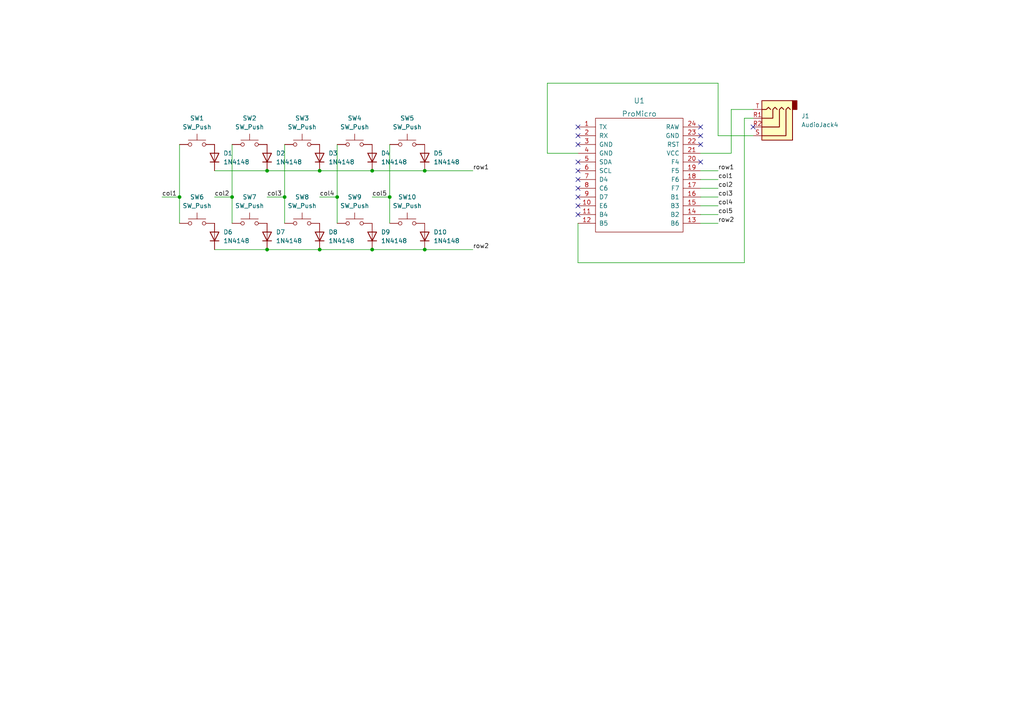
<source format=kicad_sch>
(kicad_sch (version 20211123) (generator eeschema)
  (paper "A4")
  (lib_symbols
    (symbol "Connector:AudioJack4"
      (property "Reference" "J" (at 0 8.89 0))
      (property "Value" "AudioJack4" (at 0 6.35 0))
      (symbol "AudioJack4_0_1"
        (rectangle (start -6.35 -5.08) (end -7.62 -7.62) (stroke (width 0.254)) (fill (type outline)))
        (polyline (pts (xy 0 -5.08) (xy 0.635 -5.715) (xy 1.27 -5.08) (xy 2.54 -5.08)) (stroke (width 0.254)))
        (polyline (pts (xy -5.715 -5.08) (xy -5.08 -5.715) (xy -4.445 -5.08) (xy -4.445 2.54) (xy 2.54 2.54)) (stroke (width 0.254)))
        (polyline (pts (xy -1.905 -5.08) (xy -1.27 -5.715) (xy -0.635 -5.08) (xy -0.635 -2.54) (xy 2.54 -2.54)) (stroke (width 0.254)))
        (polyline (pts (xy 2.54 0) (xy -2.54 0) (xy -2.54 -5.08) (xy -3.175 -5.715) (xy -3.81 -5.08)) (stroke (width 0.254)))
        (rectangle (start 2.54 3.81) (end -6.35 -7.62) (stroke (width 0.254)) (fill (type background)))
      )
      (symbol "AudioJack4_1_1"
        (pin passive line (at 5.08 -2.54 180) (length 2.54) (name "~") (number "R1"))
        (pin passive line (at 5.08 0 180) (length 2.54) (name "~") (number "R2"))
        (pin passive line (at 5.08 2.54 180) (length 2.54) (name "~") (number "S"))
        (pin passive line (at 5.08 -5.08 180) (length 2.54) (name "~") (number "T"))
      )
    )
    (symbol "Diode:1N4148" (pin_numbers hide) (pin_names hide)
      (property "Reference" "D" (at 0 2.54 0))
      (property "Value" "1N4148" (at 0 -2.54 0))
      (symbol "1N4148_0_1"
        (polyline (pts (xy -1.27 1.27) (xy -1.27 -1.27)) (stroke (width 0.254)))
        (polyline (pts (xy 1.27 0) (xy -1.27 0)))
        (polyline (pts (xy 1.27 1.27) (xy 1.27 -1.27) (xy -1.27 0) (xy 1.27 1.27)) (stroke (width 0.254)))
      )
      (symbol "1N4148_1_1"
        (pin passive line (at -3.81 0 0) (length 2.54) (name "K") (number "1"))
        (pin passive line (at 3.81 0 180) (length 2.54) (name "A") (number "2"))
      )
    )
    (symbol "Switch:SW_Push" (pin_numbers hide) (pin_names (offset 1.016) hide)
      (property "Reference" "SW" (at 1.27 2.54 0))
      (property "Value" "SW_Push" (at 0 -1.524 0))
      (symbol "SW_Push_0_1"
        (circle (center -2.032 0) (radius 0.508))
        (polyline (pts (xy 0 1.27) (xy 0 3.048)))
        (polyline (pts (xy 2.54 1.27) (xy -2.54 1.27)))
        (circle (center 2.032 0) (radius 0.508))
        (pin passive line (at -5.08 0 0) (length 2.54) (name "1") (number "1"))
        (pin passive line (at 5.08 0 180) (length 2.54) (name "2") (number "2"))
      )
    )
    (symbol "promicro:ProMicro" (pin_names (offset 1.016))
      (property "Reference" "U" (at 0 24.13 0))
      (property "Value" "ProMicro" (at 0 -13.97 0))
      (symbol "ProMicro_0_1"
        (rectangle (start -12.7 21.59) (end 12.7 -11.43))
      )
      (symbol "ProMicro_1_1"
        (pin bidirectional line (at -17.78 19.05 0) (length 5.08) (name "TX") (number "1"))
        (pin bidirectional line (at -17.78 -3.81 0) (length 5.08) (name "E6") (number "10"))
        (pin bidirectional line (at -17.78 -6.35 0) (length 5.08) (name "B4") (number "11"))
        (pin bidirectional line (at -17.78 -8.89 0) (length 5.08) (name "B5") (number "12"))
        (pin bidirectional line (at 17.78 -8.89 180) (length 5.08) (name "B6") (number "13"))
        (pin bidirectional line (at 17.78 -6.35 180) (length 5.08) (name "B2") (number "14"))
        (pin bidirectional line (at 17.78 -3.81 180) (length 5.08) (name "B3") (number "15"))
        (pin bidirectional line (at 17.78 -1.27 180) (length 5.08) (name "B1") (number "16"))
        (pin bidirectional line (at 17.78 1.27 180) (length 5.08) (name "F7") (number "17"))
        (pin bidirectional line (at 17.78 3.81 180) (length 5.08) (name "F6") (number "18"))
        (pin bidirectional line (at 17.78 6.35 180) (length 5.08) (name "F5") (number "19"))
        (pin bidirectional line (at -17.78 16.51 0) (length 5.08) (name "RX") (number "2"))
        (pin bidirectional line (at 17.78 8.89 180) (length 5.08) (name "F4") (number "20"))
        (pin power_in line (at 17.78 11.43 180) (length 5.08) (name "VCC") (number "21"))
        (pin input line (at 17.78 13.97 180) (length 5.08) (name "RST") (number "22"))
        (pin power_in line (at 17.78 16.51 180) (length 5.08) (name "GND") (number "23"))
        (pin power_out line (at 17.78 19.05 180) (length 5.08) (name "RAW") (number "24"))
        (pin power_in line (at -17.78 13.97 0) (length 5.08) (name "GND") (number "3"))
        (pin power_in line (at -17.78 11.43 0) (length 5.08) (name "GND") (number "4"))
        (pin bidirectional line (at -17.78 8.89 0) (length 5.08) (name "SDA") (number "5"))
        (pin bidirectional line (at -17.78 6.35 0) (length 5.08) (name "SCL") (number "6"))
        (pin bidirectional line (at -17.78 3.81 0) (length 5.08) (name "D4") (number "7"))
        (pin bidirectional line (at -17.78 1.27 0) (length 5.08) (name "C6") (number "8"))
        (pin bidirectional line (at -17.78 -1.27 0) (length 5.08) (name "D7") (number "9"))
      )
    )
  )
  (junction (at 123.19 49.53))
  (junction (at 123.19 72.39))
  (junction (at 107.95 49.53))
  (junction (at 52.07 57.15))
  (junction (at 113.03 57.15))
  (junction (at 67.31 57.15))
  (junction (at 82.55 57.15))
  (junction (at 107.95 72.39))
  (junction (at 97.79 57.15))
  (junction (at 92.71 49.53))
  (junction (at 77.47 49.53))
  (junction (at 77.47 72.39))
  (junction (at 92.71 72.39))
  (no_connect (at 167.64 49.53))
  (no_connect (at 167.64 41.91))
  (no_connect (at 167.64 57.15))
  (no_connect (at 203.2 41.91))
  (no_connect (at 167.64 36.83))
  (no_connect (at 167.64 59.69))
  (no_connect (at 203.2 39.37))
  (no_connect (at 167.64 54.61))
  (no_connect (at 203.2 46.99))
  (no_connect (at 167.64 46.99))
  (no_connect (at 167.64 39.37))
  (no_connect (at 167.64 62.23))
  (no_connect (at 218.44 36.83))
  (no_connect (at 203.2 36.83))
  (no_connect (at 167.64 52.07))
  (wire (pts (xy 62.23 49.53) (xy 77.47 49.53)))
  (wire (pts (xy 203.2 49.53) (xy 208.28 49.53)))
  (wire (pts (xy 97.79 41.91) (xy 97.79 57.15)))
  (wire (pts (xy 218.44 31.75) (xy 212.09 31.75)))
  (wire (pts (xy 113.03 41.91) (xy 113.03 57.15)))
  (wire (pts (xy 113.03 57.15) (xy 113.03 64.77)))
  (wire (pts (xy 158.75 44.45) (xy 167.64 44.45)))
  (wire (pts (xy 92.71 72.39) (xy 107.95 72.39)))
  (wire (pts (xy 52.07 57.15) (xy 46.99 57.15)))
  (wire (pts (xy 123.19 49.53) (xy 137.16 49.53)))
  (wire (pts (xy 107.95 49.53) (xy 123.19 49.53)))
  (wire (pts (xy 107.95 72.39) (xy 123.19 72.39)))
  (wire (pts (xy 67.31 57.15) (xy 67.31 64.77)))
  (wire (pts (xy 113.03 57.15) (xy 107.95 57.15)))
  (wire (pts (xy 203.2 64.77) (xy 208.28 64.77)))
  (wire (pts (xy 215.9 34.29) (xy 218.44 34.29)))
  (wire (pts (xy 62.23 72.39) (xy 77.47 72.39)))
  (wire (pts (xy 77.47 72.39) (xy 92.71 72.39)))
  (wire (pts (xy 158.75 24.13) (xy 158.75 44.45)))
  (wire (pts (xy 67.31 41.91) (xy 67.31 57.15)))
  (wire (pts (xy 77.47 49.53) (xy 92.71 49.53)))
  (wire (pts (xy 218.44 39.37) (xy 208.28 39.37)))
  (wire (pts (xy 92.71 49.53) (xy 107.95 49.53)))
  (wire (pts (xy 203.2 57.15) (xy 208.28 57.15)))
  (wire (pts (xy 212.09 44.45) (xy 203.2 44.45)))
  (wire (pts (xy 82.55 57.15) (xy 82.55 64.77)))
  (wire (pts (xy 52.07 41.91) (xy 52.07 57.15)))
  (wire (pts (xy 123.19 72.39) (xy 137.16 72.39)))
  (wire (pts (xy 67.31 57.15) (xy 62.23 57.15)))
  (wire (pts (xy 203.2 54.61) (xy 208.28 54.61)))
  (wire (pts (xy 82.55 41.91) (xy 82.55 57.15)))
  (wire (pts (xy 82.55 57.15) (xy 77.47 57.15)))
  (wire (pts (xy 97.79 57.15) (xy 92.71 57.15)))
  (wire (pts (xy 97.79 57.15) (xy 97.79 64.77)))
  (wire (pts (xy 203.2 59.69) (xy 208.28 59.69)))
  (wire (pts (xy 212.09 31.75) (xy 212.09 44.45)))
  (wire (pts (xy 208.28 24.13) (xy 158.75 24.13)))
  (wire (pts (xy 215.9 76.2) (xy 167.64 76.2)))
  (wire (pts (xy 208.28 39.37) (xy 208.28 24.13)))
  (wire (pts (xy 52.07 57.15) (xy 52.07 64.77)))
  (wire (pts (xy 215.9 34.29) (xy 215.9 76.2)))
  (wire (pts (xy 203.2 52.07) (xy 208.28 52.07)))
  (wire (pts (xy 167.64 64.77) (xy 167.64 76.2)))
  (wire (pts (xy 203.2 62.23) (xy 208.28 62.23)))
  (label "row1" (at 137.16 49.53 0))
  (label "col3" (at 208.28 57.15 0))
  (label "col3" (at 77.47 57.15 0))
  (label "col2" (at 208.28 54.61 0))
  (label "col5" (at 208.28 62.23 0))
  (label "col5" (at 107.95 57.15 0))
  (label "row2" (at 208.28 64.77 0))
  (label "row2" (at 137.16 72.39 0))
  (label "col1" (at 208.28 52.07 0))
  (label "row1" (at 208.28 49.53 0))
  (label "col1" (at 46.99 57.15 0))
  (label "col4" (at 92.71 57.15 0))
  (label "col4" (at 208.28 59.69 0))
  (label "col2" (at 62.23 57.15 0))
  (symbol (lib_id "Switch:SW_Push") (at 118.11 64.77 0) (unit 1)
    (property "Reference" "SW10" (at 118.11 57.15 0))
    (property "Value" "SW_Push" (at 118.11 59.69 0))
    (property "Footprint" "Switch_Keyboard_Hotswap_Kailh:SW_Hotswap_Kailh_Choc_V1V2_1.00u" (effects hide))
  )
  (symbol (lib_id "Diode:1N4148") (at 107.95 68.58 90) (unit 1)
    (property "Reference" "D9" (at 110.49 67.3099 90) (effects (justify right)))
    (property "Value" "1N4148" (at 110.49 69.8499 90) (effects (justify right)))
    (property "Footprint" "Diode_THT:D_DO-35_SOD27_P7.62mm_Horizontal" (effects hide))
    (property "Datasheet" "https://assets.nexperia.com/documents/data-sheet/1N4148_1N4448.pdf" (effects hide))
  )
  (symbol (lib_id "Connector:AudioJack4") (at 223.52 36.83 180) (unit 1)
    (property "Reference" "J1" (at 232.41 33.6549 0) (effects (justify right)))
    (property "Value" "AudioJack4" (at 232.41 36.1949 0) (effects (justify right)))
    (property "Footprint" "Connector_Audio:Jack_3.5mm_PJ320D_Horizontal" (effects hide))
  )
  (symbol (lib_id "Diode:1N4148") (at 92.71 68.58 90) (unit 1)
    (property "Reference" "D8" (at 95.25 67.3099 90) (effects (justify right)))
    (property "Value" "1N4148" (at 95.25 69.8499 90) (effects (justify right)))
    (property "Footprint" "Diode_THT:D_DO-35_SOD27_P7.62mm_Horizontal" (effects hide))
    (property "Datasheet" "https://assets.nexperia.com/documents/data-sheet/1N4148_1N4448.pdf" (effects hide))
  )
  (symbol (lib_id "Switch:SW_Push") (at 118.11 41.91 0) (unit 1)
    (property "Reference" "SW5" (at 118.11 34.29 0))
    (property "Value" "SW_Push" (at 118.11 36.83 0))
    (property "Footprint" "Switch_Keyboard_Hotswap_Kailh:SW_Hotswap_Kailh_Choc_V1V2_1.00u" (effects hide))
  )
  (symbol (lib_id "Switch:SW_Push") (at 87.63 64.77 0) (unit 1)
    (property "Reference" "SW8" (at 87.63 57.15 0))
    (property "Value" "SW_Push" (at 87.63 59.69 0))
    (property "Footprint" "Switch_Keyboard_Hotswap_Kailh:SW_Hotswap_Kailh_Choc_V1V2_1.00u" (effects hide))
  )
  (symbol (lib_id "Diode:1N4148") (at 123.19 68.58 90) (unit 1)
    (property "Reference" "D10" (at 125.73 67.3099 90) (effects (justify right)))
    (property "Value" "1N4148" (at 125.73 69.8499 90) (effects (justify right)))
    (property "Footprint" "Diode_THT:D_DO-35_SOD27_P7.62mm_Horizontal" (effects hide))
    (property "Datasheet" "https://assets.nexperia.com/documents/data-sheet/1N4148_1N4448.pdf" (effects hide))
  )
  (symbol (lib_id "Switch:SW_Push") (at 57.15 64.77 0) (unit 1)
    (property "Reference" "SW6" (at 57.15 57.15 0))
    (property "Value" "SW_Push" (at 57.15 59.69 0))
    (property "Footprint" "Switch_Keyboard_Hotswap_Kailh:SW_Hotswap_Kailh_Choc_V1V2_1.00u" (effects hide))
  )
  (symbol (lib_id "Diode:1N4148") (at 123.19 45.72 90) (unit 1)
    (property "Reference" "D5" (at 125.73 44.4499 90) (effects (justify right)))
    (property "Value" "1N4148" (at 125.73 46.9899 90) (effects (justify right)))
    (property "Footprint" "Diode_THT:D_DO-35_SOD27_P7.62mm_Horizontal" (effects hide))
    (property "Datasheet" "https://assets.nexperia.com/documents/data-sheet/1N4148_1N4448.pdf" (effects hide))
  )
  (symbol (lib_id "Switch:SW_Push") (at 72.39 41.91 0) (unit 1)
    (property "Reference" "SW2" (at 72.39 34.29 0))
    (property "Value" "SW_Push" (at 72.39 36.83 0))
    (property "Footprint" "Switch_Keyboard_Hotswap_Kailh:SW_Hotswap_Kailh_Choc_V1V2_1.00u" (effects hide))
  )
  (symbol (lib_id "Diode:1N4148") (at 107.95 45.72 90) (unit 1)
    (property "Reference" "D4" (at 110.49 44.4499 90) (effects (justify right)))
    (property "Value" "1N4148" (at 110.49 46.9899 90) (effects (justify right)))
    (property "Footprint" "Diode_THT:D_DO-35_SOD27_P7.62mm_Horizontal" (effects hide))
    (property "Datasheet" "https://assets.nexperia.com/documents/data-sheet/1N4148_1N4448.pdf" (effects hide))
  )
  (symbol (lib_id "Diode:1N4148") (at 92.71 45.72 90) (unit 1)
    (property "Reference" "D3" (at 95.25 44.4499 90) (effects (justify right)))
    (property "Value" "1N4148" (at 95.25 46.9899 90) (effects (justify right)))
    (property "Footprint" "Diode_THT:D_DO-35_SOD27_P7.62mm_Horizontal" (effects hide))
    (property "Datasheet" "https://assets.nexperia.com/documents/data-sheet/1N4148_1N4448.pdf" (effects hide))
  )
  (symbol (lib_id "Switch:SW_Push") (at 57.15 41.91 0) (unit 1)
    (property "Reference" "SW1" (at 57.15 34.29 0))
    (property "Value" "SW_Push" (at 57.15 36.83 0))
    (property "Footprint" "Switch_Keyboard_Hotswap_Kailh:SW_Hotswap_Kailh_Choc_V1V2_1.00u" (effects hide))
  )
  (symbol (lib_id "Diode:1N4148") (at 77.47 68.58 90) (unit 1)
    (property "Reference" "D7" (at 80.01 67.3099 90) (effects (justify right)))
    (property "Value" "1N4148" (at 80.01 69.8499 90) (effects (justify right)))
    (property "Footprint" "Diode_THT:D_DO-35_SOD27_P7.62mm_Horizontal" (effects hide))
    (property "Datasheet" "https://assets.nexperia.com/documents/data-sheet/1N4148_1N4448.pdf" (effects hide))
  )
  (symbol (lib_id "Diode:1N4148") (at 77.47 45.72 90) (unit 1)
    (property "Reference" "D2" (at 80.01 44.4499 90) (effects (justify right)))
    (property "Value" "1N4148" (at 80.01 46.9899 90) (effects (justify right)))
    (property "Footprint" "Diode_THT:D_DO-35_SOD27_P7.62mm_Horizontal" (effects hide))
    (property "Datasheet" "https://assets.nexperia.com/documents/data-sheet/1N4148_1N4448.pdf" (effects hide))
  )
  (symbol (lib_id "promicro:ProMicro") (at 185.42 55.88 0) (unit 1)
    (property "Reference" "U1" (at 185.42 29.21 0) (effects (font (size 1.524 1.524))))
    (property "Value" "ProMicro" (at 185.42 33.02 0) (effects (font (size 1.524 1.524))))
    (property "Footprint" "promicro:ProMicro" (effects hide))
  )
  (symbol (lib_id "Switch:SW_Push") (at 87.63 41.91 0) (unit 1)
    (property "Reference" "SW3" (at 87.63 34.29 0))
    (property "Value" "SW_Push" (at 87.63 36.83 0))
    (property "Footprint" "Switch_Keyboard_Hotswap_Kailh:SW_Hotswap_Kailh_Choc_V1V2_1.00u" (effects hide))
  )
  (symbol (lib_id "Diode:1N4148") (at 62.23 45.72 90) (unit 1)
    (property "Reference" "D1" (at 64.77 44.4499 90) (effects (justify right)))
    (property "Value" "1N4148" (at 64.77 46.9899 90) (effects (justify right)))
    (property "Footprint" "Diode_THT:D_DO-35_SOD27_P7.62mm_Horizontal" (effects hide))
    (property "Datasheet" "https://assets.nexperia.com/documents/data-sheet/1N4148_1N4448.pdf" (effects hide))
  )
  (symbol (lib_id "Diode:1N4148") (at 62.23 68.58 90) (unit 1)
    (property "Reference" "D6" (at 64.77 67.3099 90) (effects (justify right)))
    (property "Value" "1N4148" (at 64.77 69.8499 90) (effects (justify right)))
    (property "Footprint" "Diode_THT:D_DO-35_SOD27_P7.62mm_Horizontal" (effects hide))
    (property "Datasheet" "https://assets.nexperia.com/documents/data-sheet/1N4148_1N4448.pdf" (effects hide))
  )
  (symbol (lib_id "Switch:SW_Push") (at 102.87 41.91 0) (unit 1)
    (property "Reference" "SW4" (at 102.87 34.29 0))
    (property "Value" "SW_Push" (at 102.87 36.83 0))
    (property "Footprint" "Switch_Keyboard_Hotswap_Kailh:SW_Hotswap_Kailh_Choc_V1V2_1.00u" (effects hide))
  )
  (symbol (lib_id "Switch:SW_Push") (at 102.87 64.77 0) (unit 1)
    (property "Reference" "SW9" (at 102.87 57.15 0))
    (property "Value" "SW_Push" (at 102.87 59.69 0))
    (property "Footprint" "Switch_Keyboard_Hotswap_Kailh:SW_Hotswap_Kailh_Choc_V1V2_1.00u" (effects hide))
  )
  (symbol (lib_id "Switch:SW_Push") (at 72.39 64.77 0) (unit 1)
    (property "Reference" "SW7" (at 72.39 57.15 0))
    (property "Value" "SW_Push" (at 72.39 59.69 0))
    (property "Footprint" "Switch_Keyboard_Hotswap_Kailh:SW_Hotswap_Kailh_Choc_V1V2_1.00u" (effects hide))
  )
)
</source>
